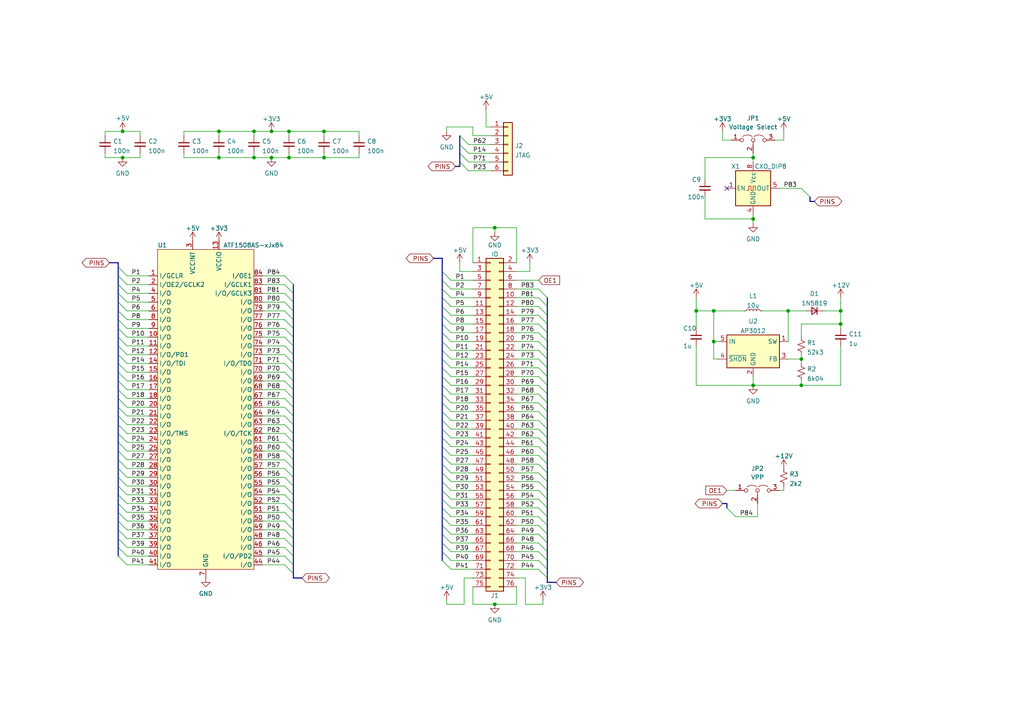
<source format=kicad_sch>
(kicad_sch (version 20211123) (generator eeschema)
  (paper "A4")
  (junction (at 63.5 45.72))
  (junction (at 83.82 38.1))
  (junction (at 228.6 90.17))
  (junction (at 218.44 45.72))
  (junction (at 143.51 66.04))
  (junction (at 78.74 45.72))
  (junction (at 243.84 93.98))
  (junction (at 201.93 90.17))
  (junction (at 73.66 38.1))
  (junction (at 207.01 90.17))
  (junction (at 232.41 104.14))
  (junction (at 63.5 38.1))
  (junction (at 232.41 111.76))
  (junction (at 143.51 175.26))
  (junction (at 35.56 45.72))
  (junction (at 35.56 38.1))
  (junction (at 73.66 45.72))
  (junction (at 218.44 111.76))
  (junction (at 93.98 45.72))
  (junction (at 93.98 38.1))
  (junction (at 207.01 99.06))
  (junction (at 218.44 63.5))
  (junction (at 78.74 38.1))
  (junction (at 83.82 45.72))
  (junction (at 243.84 90.17))
  (no_connect (at 210.82 54.61))
  (bus_entry (at 128.27 91.44) (size 2.54 2.54))
  (bus_entry (at 158.75 116.84) (size -2.54 -2.54))
  (bus_entry (at 128.27 116.84) (size 2.54 2.54))
  (bus_entry (at 158.75 129.54) (size -2.54 -2.54))
  (bus_entry (at 128.27 81.28) (size 2.54 2.54))
  (bus_entry (at 158.75 162.56) (size -2.54 -2.54))
  (bus_entry (at 34.29 105.41) (size 2.54 2.54))
  (bus_entry (at 158.75 119.38) (size -2.54 -2.54))
  (bus_entry (at 158.75 86.36) (size -2.54 -2.54))
  (bus_entry (at 85.09 102.87) (size -2.54 -2.54))
  (bus_entry (at 128.27 88.9) (size 2.54 2.54))
  (bus_entry (at 158.75 114.3) (size -2.54 -2.54))
  (bus_entry (at 158.75 134.62) (size -2.54 -2.54))
  (bus_entry (at 133.35 44.45) (size 2.54 2.54))
  (bus_entry (at 85.09 92.71) (size -2.54 -2.54))
  (bus_entry (at 232.41 54.61) (size 2.54 2.54))
  (bus_entry (at 128.27 134.62) (size 2.54 2.54))
  (bus_entry (at 85.09 118.11) (size -2.54 -2.54))
  (bus_entry (at 34.29 125.73) (size 2.54 2.54))
  (bus_entry (at 34.29 118.11) (size 2.54 2.54))
  (bus_entry (at 158.75 109.22) (size -2.54 -2.54))
  (bus_entry (at 34.29 128.27) (size 2.54 2.54))
  (bus_entry (at 85.09 153.67) (size -2.54 -2.54))
  (bus_entry (at 34.29 123.19) (size 2.54 2.54))
  (bus_entry (at 85.09 120.65) (size -2.54 -2.54))
  (bus_entry (at 34.29 110.49) (size 2.54 2.54))
  (bus_entry (at 158.75 91.44) (size -2.54 -2.54))
  (bus_entry (at 128.27 149.86) (size 2.54 2.54))
  (bus_entry (at 85.09 135.89) (size -2.54 -2.54))
  (bus_entry (at 85.09 90.17) (size -2.54 -2.54))
  (bus_entry (at 128.27 109.22) (size 2.54 2.54))
  (bus_entry (at 158.75 99.06) (size -2.54 -2.54))
  (bus_entry (at 34.29 146.05) (size 2.54 2.54))
  (bus_entry (at 133.35 39.37) (size 2.54 2.54))
  (bus_entry (at 158.75 127) (size -2.54 -2.54))
  (bus_entry (at 158.75 157.48) (size -2.54 -2.54))
  (bus_entry (at 85.09 107.95) (size -2.54 -2.54))
  (bus_entry (at 85.09 156.21) (size -2.54 -2.54))
  (bus_entry (at 128.27 119.38) (size 2.54 2.54))
  (bus_entry (at 128.27 127) (size 2.54 2.54))
  (bus_entry (at 158.75 147.32) (size -2.54 -2.54))
  (bus_entry (at 158.75 167.64) (size -2.54 -2.54))
  (bus_entry (at 34.29 100.33) (size 2.54 2.54))
  (bus_entry (at 158.75 139.7) (size -2.54 -2.54))
  (bus_entry (at 34.29 143.51) (size 2.54 2.54))
  (bus_entry (at 85.09 123.19) (size -2.54 -2.54))
  (bus_entry (at 128.27 137.16) (size 2.54 2.54))
  (bus_entry (at 210.82 147.32) (size 2.54 2.54))
  (bus_entry (at 85.09 130.81) (size -2.54 -2.54))
  (bus_entry (at 34.29 153.67) (size 2.54 2.54))
  (bus_entry (at 128.27 121.92) (size 2.54 2.54))
  (bus_entry (at 128.27 96.52) (size 2.54 2.54))
  (bus_entry (at 34.29 102.87) (size 2.54 2.54))
  (bus_entry (at 128.27 147.32) (size 2.54 2.54))
  (bus_entry (at 85.09 140.97) (size -2.54 -2.54))
  (bus_entry (at 85.09 125.73) (size -2.54 -2.54))
  (bus_entry (at 158.75 149.86) (size -2.54 -2.54))
  (bus_entry (at 85.09 151.13) (size -2.54 -2.54))
  (bus_entry (at 158.75 121.92) (size -2.54 -2.54))
  (bus_entry (at 34.29 138.43) (size 2.54 2.54))
  (bus_entry (at 85.09 166.37) (size -2.54 -2.54))
  (bus_entry (at 85.09 110.49) (size -2.54 -2.54))
  (bus_entry (at 85.09 133.35) (size -2.54 -2.54))
  (bus_entry (at 128.27 106.68) (size 2.54 2.54))
  (bus_entry (at 128.27 129.54) (size 2.54 2.54))
  (bus_entry (at 85.09 138.43) (size -2.54 -2.54))
  (bus_entry (at 128.27 83.82) (size 2.54 2.54))
  (bus_entry (at 34.29 158.75) (size 2.54 2.54))
  (bus_entry (at 34.29 161.29) (size 2.54 2.54))
  (bus_entry (at 158.75 137.16) (size -2.54 -2.54))
  (bus_entry (at 158.75 88.9) (size -2.54 -2.54))
  (bus_entry (at 128.27 157.48) (size 2.54 2.54))
  (bus_entry (at 158.75 165.1) (size -2.54 -2.54))
  (bus_entry (at 85.09 161.29) (size -2.54 -2.54))
  (bus_entry (at 158.75 106.68) (size -2.54 -2.54))
  (bus_entry (at 158.75 93.98) (size -2.54 -2.54))
  (bus_entry (at 128.27 154.94) (size 2.54 2.54))
  (bus_entry (at 85.09 82.55) (size -2.54 -2.54))
  (bus_entry (at 158.75 111.76) (size -2.54 -2.54))
  (bus_entry (at 34.29 156.21) (size 2.54 2.54))
  (bus_entry (at 158.75 152.4) (size -2.54 -2.54))
  (bus_entry (at 85.09 105.41) (size -2.54 -2.54))
  (bus_entry (at 133.35 41.91) (size 2.54 2.54))
  (bus_entry (at 34.29 148.59) (size 2.54 2.54))
  (bus_entry (at 34.29 113.03) (size 2.54 2.54))
  (bus_entry (at 128.27 142.24) (size 2.54 2.54))
  (bus_entry (at 158.75 96.52) (size -2.54 -2.54))
  (bus_entry (at 85.09 128.27) (size -2.54 -2.54))
  (bus_entry (at 158.75 160.02) (size -2.54 -2.54))
  (bus_entry (at 34.29 97.79) (size 2.54 2.54))
  (bus_entry (at 34.29 135.89) (size 2.54 2.54))
  (bus_entry (at 128.27 93.98) (size 2.54 2.54))
  (bus_entry (at 34.29 120.65) (size 2.54 2.54))
  (bus_entry (at 128.27 114.3) (size 2.54 2.54))
  (bus_entry (at 34.29 140.97) (size 2.54 2.54))
  (bus_entry (at 85.09 100.33) (size -2.54 -2.54))
  (bus_entry (at 128.27 152.4) (size 2.54 2.54))
  (bus_entry (at 158.75 132.08) (size -2.54 -2.54))
  (bus_entry (at 158.75 144.78) (size -2.54 -2.54))
  (bus_entry (at 85.09 148.59) (size -2.54 -2.54))
  (bus_entry (at 128.27 99.06) (size 2.54 2.54))
  (bus_entry (at 85.09 97.79) (size -2.54 -2.54))
  (bus_entry (at 128.27 101.6) (size 2.54 2.54))
  (bus_entry (at 128.27 86.36) (size 2.54 2.54))
  (bus_entry (at 85.09 143.51) (size -2.54 -2.54))
  (bus_entry (at 158.75 142.24) (size -2.54 -2.54))
  (bus_entry (at 34.29 107.95) (size 2.54 2.54))
  (bus_entry (at 158.75 101.6) (size -2.54 -2.54))
  (bus_entry (at 85.09 95.25) (size -2.54 -2.54))
  (bus_entry (at 34.29 115.57) (size 2.54 2.54))
  (bus_entry (at 34.29 87.63) (size 2.54 2.54))
  (bus_entry (at 34.29 85.09) (size 2.54 2.54))
  (bus_entry (at 34.29 80.01) (size 2.54 2.54))
  (bus_entry (at 34.29 82.55) (size 2.54 2.54))
  (bus_entry (at 34.29 77.47) (size 2.54 2.54))
  (bus_entry (at 34.29 92.71) (size 2.54 2.54))
  (bus_entry (at 34.29 90.17) (size 2.54 2.54))
  (bus_entry (at 34.29 95.25) (size 2.54 2.54))
  (bus_entry (at 128.27 132.08) (size 2.54 2.54))
  (bus_entry (at 34.29 133.35) (size 2.54 2.54))
  (bus_entry (at 85.09 113.03) (size -2.54 -2.54))
  (bus_entry (at 34.29 130.81) (size 2.54 2.54))
  (bus_entry (at 128.27 104.14) (size 2.54 2.54))
  (bus_entry (at 133.35 46.99) (size 2.54 2.54))
  (bus_entry (at 85.09 158.75) (size -2.54 -2.54))
  (bus_entry (at 85.09 146.05) (size -2.54 -2.54))
  (bus_entry (at 85.09 115.57) (size -2.54 -2.54))
  (bus_entry (at 85.09 85.09) (size -2.54 -2.54))
  (bus_entry (at 85.09 163.83) (size -2.54 -2.54))
  (bus_entry (at 128.27 160.02) (size 2.54 2.54))
  (bus_entry (at 128.27 162.56) (size 2.54 2.54))
  (bus_entry (at 128.27 111.76) (size 2.54 2.54))
  (bus_entry (at 158.75 154.94) (size -2.54 -2.54))
  (bus_entry (at 158.75 124.46) (size -2.54 -2.54))
  (bus_entry (at 128.27 78.74) (size 2.54 2.54))
  (bus_entry (at 128.27 144.78) (size 2.54 2.54))
  (bus_entry (at 158.75 104.14) (size -2.54 -2.54))
  (bus_entry (at 85.09 87.63) (size -2.54 -2.54))
  (bus_entry (at 34.29 151.13) (size 2.54 2.54))
  (bus_entry (at 128.27 139.7) (size 2.54 2.54))
  (bus_entry (at 128.27 124.46) (size 2.54 2.54))
  (wire (pts (xy 152.4 175.26) (xy 157.48 175.26)))
  (bus (pts (xy 85.09 133.35) (xy 85.09 135.89)))
  (wire (pts (xy 135.89 46.99) (xy 142.24 46.99)))
  (bus (pts (xy 85.09 153.67) (xy 85.09 156.21)))
  (bus (pts (xy 133.35 44.45) (xy 133.35 46.99)))
  (bus (pts (xy 158.75 119.38) (xy 158.75 121.92)))
  (wire (pts (xy 35.56 38.1) (xy 40.64 38.1)))
  (bus (pts (xy 34.29 156.21) (xy 34.29 153.67)))
  (bus (pts (xy 34.29 140.97) (xy 34.29 138.43)))
  (wire (pts (xy 82.55 118.11) (xy 76.2 118.11)))
  (bus (pts (xy 158.75 139.7) (xy 158.75 142.24)))
  (bus (pts (xy 128.27 106.68) (xy 128.27 104.14)))
  (wire (pts (xy 156.21 121.92) (xy 149.86 121.92)))
  (wire (pts (xy 218.44 44.45) (xy 218.44 45.72)))
  (bus (pts (xy 85.09 85.09) (xy 85.09 87.63)))
  (wire (pts (xy 207.01 90.17) (xy 207.01 99.06)))
  (wire (pts (xy 36.83 133.35) (xy 43.18 133.35)))
  (bus (pts (xy 158.75 109.22) (xy 158.75 111.76)))
  (wire (pts (xy 30.48 45.72) (xy 35.56 45.72)))
  (bus (pts (xy 85.09 82.55) (xy 85.09 85.09)))
  (wire (pts (xy 82.55 90.17) (xy 76.2 90.17)))
  (wire (pts (xy 232.41 110.49) (xy 232.41 111.76)))
  (wire (pts (xy 83.82 38.1) (xy 93.98 38.1)))
  (bus (pts (xy 128.27 86.36) (xy 128.27 83.82)))
  (bus (pts (xy 34.29 102.87) (xy 34.29 100.33)))
  (wire (pts (xy 36.83 151.13) (xy 43.18 151.13)))
  (wire (pts (xy 36.83 130.81) (xy 43.18 130.81)))
  (wire (pts (xy 82.55 148.59) (xy 76.2 148.59)))
  (bus (pts (xy 34.29 130.81) (xy 34.29 128.27)))
  (wire (pts (xy 82.55 153.67) (xy 76.2 153.67)))
  (wire (pts (xy 36.83 140.97) (xy 43.18 140.97)))
  (bus (pts (xy 158.75 106.68) (xy 158.75 109.22)))
  (wire (pts (xy 82.55 82.55) (xy 76.2 82.55)))
  (bus (pts (xy 128.27 81.28) (xy 128.27 83.82)))
  (bus (pts (xy 128.27 127) (xy 128.27 124.46)))
  (wire (pts (xy 82.55 95.25) (xy 76.2 95.25)))
  (bus (pts (xy 128.27 149.86) (xy 128.27 147.32)))
  (wire (pts (xy 130.81 134.62) (xy 137.16 134.62)))
  (wire (pts (xy 207.01 104.14) (xy 208.28 104.14)))
  (bus (pts (xy 158.75 134.62) (xy 158.75 137.16)))
  (wire (pts (xy 130.81 165.1) (xy 137.16 165.1)))
  (wire (pts (xy 220.98 90.17) (xy 228.6 90.17)))
  (wire (pts (xy 156.21 162.56) (xy 149.86 162.56)))
  (wire (pts (xy 130.81 142.24) (xy 137.16 142.24)))
  (wire (pts (xy 53.34 45.72) (xy 63.5 45.72)))
  (wire (pts (xy 228.6 90.17) (xy 233.68 90.17)))
  (wire (pts (xy 232.41 104.14) (xy 232.41 105.41)))
  (bus (pts (xy 128.27 116.84) (xy 128.27 114.3)))
  (wire (pts (xy 130.81 116.84) (xy 137.16 116.84)))
  (bus (pts (xy 128.27 134.62) (xy 128.27 132.08)))
  (wire (pts (xy 36.83 90.17) (xy 43.18 90.17)))
  (wire (pts (xy 149.86 78.74) (xy 153.67 78.74)))
  (wire (pts (xy 30.48 39.37) (xy 30.48 38.1)))
  (bus (pts (xy 34.29 85.09) (xy 34.29 82.55)))
  (wire (pts (xy 36.83 115.57) (xy 43.18 115.57)))
  (bus (pts (xy 128.27 139.7) (xy 128.27 137.16)))
  (bus (pts (xy 128.27 114.3) (xy 128.27 111.76)))
  (bus (pts (xy 128.27 154.94) (xy 128.27 152.4)))
  (bus (pts (xy 128.27 132.08) (xy 128.27 129.54)))
  (bus (pts (xy 85.09 115.57) (xy 85.09 118.11)))
  (wire (pts (xy 129.54 36.83) (xy 137.16 36.83)))
  (wire (pts (xy 156.21 83.82) (xy 149.86 83.82)))
  (bus (pts (xy 34.29 105.41) (xy 34.29 102.87)))
  (wire (pts (xy 82.55 100.33) (xy 76.2 100.33)))
  (bus (pts (xy 128.27 152.4) (xy 128.27 149.86)))
  (wire (pts (xy 130.81 104.14) (xy 137.16 104.14)))
  (wire (pts (xy 156.21 139.7) (xy 149.86 139.7)))
  (wire (pts (xy 130.81 99.06) (xy 137.16 99.06)))
  (bus (pts (xy 158.75 154.94) (xy 158.75 157.48)))
  (wire (pts (xy 130.81 160.02) (xy 137.16 160.02)))
  (wire (pts (xy 130.81 109.22) (xy 137.16 109.22)))
  (bus (pts (xy 85.09 151.13) (xy 85.09 153.67)))
  (bus (pts (xy 128.27 142.24) (xy 128.27 139.7)))
  (wire (pts (xy 149.86 66.04) (xy 149.86 76.2)))
  (wire (pts (xy 82.55 107.95) (xy 76.2 107.95)))
  (wire (pts (xy 156.21 142.24) (xy 149.86 142.24)))
  (wire (pts (xy 201.93 86.36) (xy 201.93 90.17)))
  (bus (pts (xy 128.27 74.93) (xy 128.27 78.74)))
  (wire (pts (xy 130.81 88.9) (xy 137.16 88.9)))
  (bus (pts (xy 128.27 160.02) (xy 128.27 157.48)))
  (bus (pts (xy 158.75 144.78) (xy 158.75 147.32)))
  (wire (pts (xy 36.83 105.41) (xy 43.18 105.41)))
  (wire (pts (xy 130.81 114.3) (xy 137.16 114.3)))
  (wire (pts (xy 135.89 49.53) (xy 142.24 49.53)))
  (wire (pts (xy 149.86 175.26) (xy 143.51 175.26)))
  (bus (pts (xy 158.75 127) (xy 158.75 129.54)))
  (wire (pts (xy 130.81 111.76) (xy 137.16 111.76)))
  (wire (pts (xy 232.41 97.79) (xy 232.41 93.98)))
  (wire (pts (xy 232.41 54.61) (xy 226.06 54.61)))
  (bus (pts (xy 34.29 151.13) (xy 34.29 148.59)))
  (wire (pts (xy 156.21 132.08) (xy 149.86 132.08)))
  (bus (pts (xy 34.29 148.59) (xy 34.29 146.05)))
  (bus (pts (xy 34.29 90.17) (xy 34.29 87.63)))
  (bus (pts (xy 161.29 168.91) (xy 158.75 168.91)))
  (wire (pts (xy 156.21 147.32) (xy 149.86 147.32)))
  (bus (pts (xy 158.75 129.54) (xy 158.75 132.08)))
  (bus (pts (xy 34.29 143.51) (xy 34.29 140.97)))
  (wire (pts (xy 156.21 96.52) (xy 149.86 96.52)))
  (wire (pts (xy 201.93 95.25) (xy 201.93 90.17)))
  (wire (pts (xy 93.98 38.1) (xy 93.98 39.37)))
  (wire (pts (xy 93.98 45.72) (xy 104.14 45.72)))
  (bus (pts (xy 128.27 99.06) (xy 128.27 96.52)))
  (wire (pts (xy 82.55 80.01) (xy 76.2 80.01)))
  (bus (pts (xy 34.29 100.33) (xy 34.29 97.79)))
  (wire (pts (xy 93.98 44.45) (xy 93.98 45.72)))
  (bus (pts (xy 34.29 125.73) (xy 34.29 123.19)))
  (wire (pts (xy 133.35 76.2) (xy 133.35 78.74)))
  (bus (pts (xy 158.75 132.08) (xy 158.75 134.62)))
  (wire (pts (xy 137.16 66.04) (xy 143.51 66.04)))
  (wire (pts (xy 207.01 90.17) (xy 215.9 90.17)))
  (bus (pts (xy 128.27 121.92) (xy 128.27 119.38)))
  (wire (pts (xy 36.83 118.11) (xy 43.18 118.11)))
  (bus (pts (xy 85.09 130.81) (xy 85.09 133.35)))
  (wire (pts (xy 156.21 101.6) (xy 149.86 101.6)))
  (wire (pts (xy 156.21 149.86) (xy 149.86 149.86)))
  (wire (pts (xy 156.21 86.36) (xy 149.86 86.36)))
  (wire (pts (xy 83.82 44.45) (xy 83.82 45.72)))
  (bus (pts (xy 85.09 163.83) (xy 85.09 166.37)))
  (bus (pts (xy 158.75 96.52) (xy 158.75 99.06)))
  (bus (pts (xy 158.75 152.4) (xy 158.75 154.94)))
  (wire (pts (xy 232.41 93.98) (xy 243.84 93.98)))
  (wire (pts (xy 73.66 45.72) (xy 78.74 45.72)))
  (wire (pts (xy 104.14 38.1) (xy 104.14 39.37)))
  (bus (pts (xy 128.27 137.16) (xy 128.27 134.62)))
  (wire (pts (xy 36.83 82.55) (xy 43.18 82.55)))
  (wire (pts (xy 130.81 106.68) (xy 137.16 106.68)))
  (wire (pts (xy 156.21 99.06) (xy 149.86 99.06)))
  (wire (pts (xy 135.89 44.45) (xy 142.24 44.45)))
  (wire (pts (xy 238.76 90.17) (xy 243.84 90.17)))
  (wire (pts (xy 73.66 38.1) (xy 78.74 38.1)))
  (bus (pts (xy 128.27 157.48) (xy 128.27 154.94)))
  (wire (pts (xy 36.83 135.89) (xy 43.18 135.89)))
  (wire (pts (xy 36.83 158.75) (xy 43.18 158.75)))
  (wire (pts (xy 82.55 135.89) (xy 76.2 135.89)))
  (wire (pts (xy 204.47 57.15) (xy 204.47 63.5)))
  (wire (pts (xy 209.55 38.1) (xy 209.55 40.64)))
  (bus (pts (xy 133.35 39.37) (xy 133.35 41.91)))
  (wire (pts (xy 82.55 92.71) (xy 76.2 92.71)))
  (bus (pts (xy 85.09 95.25) (xy 85.09 97.79)))
  (wire (pts (xy 82.55 130.81) (xy 76.2 130.81)))
  (bus (pts (xy 34.29 80.01) (xy 34.29 77.47)))
  (wire (pts (xy 40.64 44.45) (xy 40.64 45.72)))
  (wire (pts (xy 36.83 100.33) (xy 43.18 100.33)))
  (wire (pts (xy 143.51 66.04) (xy 143.51 67.31)))
  (wire (pts (xy 218.44 63.5) (xy 218.44 64.77)))
  (wire (pts (xy 82.55 156.21) (xy 76.2 156.21)))
  (wire (pts (xy 156.21 127) (xy 149.86 127)))
  (wire (pts (xy 78.74 45.72) (xy 83.82 45.72)))
  (wire (pts (xy 36.83 92.71) (xy 43.18 92.71)))
  (bus (pts (xy 158.75 86.36) (xy 158.75 88.9)))
  (wire (pts (xy 156.21 157.48) (xy 149.86 157.48)))
  (wire (pts (xy 82.55 161.29) (xy 76.2 161.29)))
  (wire (pts (xy 82.55 128.27) (xy 76.2 128.27)))
  (wire (pts (xy 93.98 38.1) (xy 104.14 38.1)))
  (wire (pts (xy 130.81 124.46) (xy 137.16 124.46)))
  (wire (pts (xy 82.55 151.13) (xy 76.2 151.13)))
  (wire (pts (xy 82.55 102.87) (xy 76.2 102.87)))
  (wire (pts (xy 36.83 102.87) (xy 43.18 102.87)))
  (bus (pts (xy 85.09 100.33) (xy 85.09 102.87)))
  (bus (pts (xy 34.29 128.27) (xy 34.29 125.73)))
  (wire (pts (xy 156.21 137.16) (xy 149.86 137.16)))
  (wire (pts (xy 218.44 109.22) (xy 218.44 111.76)))
  (wire (pts (xy 35.56 45.72) (xy 40.64 45.72)))
  (wire (pts (xy 130.81 101.6) (xy 137.16 101.6)))
  (bus (pts (xy 85.09 143.51) (xy 85.09 146.05)))
  (wire (pts (xy 143.51 66.04) (xy 149.86 66.04)))
  (wire (pts (xy 73.66 38.1) (xy 73.66 39.37)))
  (wire (pts (xy 82.55 143.51) (xy 76.2 143.51)))
  (wire (pts (xy 82.55 87.63) (xy 76.2 87.63)))
  (wire (pts (xy 224.79 40.64) (xy 227.33 40.64)))
  (bus (pts (xy 158.75 111.76) (xy 158.75 114.3)))
  (wire (pts (xy 156.21 129.54) (xy 149.86 129.54)))
  (bus (pts (xy 158.75 124.46) (xy 158.75 127)))
  (wire (pts (xy 36.83 85.09) (xy 43.18 85.09)))
  (wire (pts (xy 36.83 87.63) (xy 43.18 87.63)))
  (wire (pts (xy 82.55 138.43) (xy 76.2 138.43)))
  (bus (pts (xy 85.09 158.75) (xy 85.09 161.29)))
  (wire (pts (xy 156.21 144.78) (xy 149.86 144.78)))
  (wire (pts (xy 130.81 137.16) (xy 137.16 137.16)))
  (wire (pts (xy 130.81 139.7) (xy 137.16 139.7)))
  (wire (pts (xy 227.33 38.1) (xy 227.33 40.64)))
  (wire (pts (xy 36.83 125.73) (xy 43.18 125.73)))
  (wire (pts (xy 228.6 104.14) (xy 232.41 104.14)))
  (bus (pts (xy 158.75 149.86) (xy 158.75 152.4)))
  (wire (pts (xy 137.16 66.04) (xy 137.16 76.2)))
  (bus (pts (xy 210.82 147.32) (xy 210.82 146.05)))
  (bus (pts (xy 34.29 115.57) (xy 34.29 113.03)))
  (bus (pts (xy 128.27 162.56) (xy 128.27 160.02)))
  (bus (pts (xy 128.27 78.74) (xy 128.27 81.28)))
  (wire (pts (xy 36.83 138.43) (xy 43.18 138.43)))
  (wire (pts (xy 156.21 88.9) (xy 149.86 88.9)))
  (bus (pts (xy 34.29 118.11) (xy 34.29 115.57)))
  (wire (pts (xy 232.41 104.14) (xy 232.41 102.87)))
  (wire (pts (xy 82.55 158.75) (xy 76.2 158.75)))
  (bus (pts (xy 31.75 76.2) (xy 34.29 76.2)))
  (wire (pts (xy 36.83 161.29) (xy 43.18 161.29)))
  (wire (pts (xy 40.64 38.1) (xy 40.64 39.37)))
  (wire (pts (xy 36.83 123.19) (xy 43.18 123.19)))
  (wire (pts (xy 104.14 45.72) (xy 104.14 44.45)))
  (wire (pts (xy 130.81 119.38) (xy 137.16 119.38)))
  (wire (pts (xy 130.81 154.94) (xy 137.16 154.94)))
  (bus (pts (xy 85.09 128.27) (xy 85.09 130.81)))
  (bus (pts (xy 34.29 82.55) (xy 34.29 80.01)))
  (bus (pts (xy 85.09 107.95) (xy 85.09 110.49)))
  (wire (pts (xy 73.66 44.45) (xy 73.66 45.72)))
  (bus (pts (xy 158.75 167.64) (xy 158.75 168.91)))
  (wire (pts (xy 130.81 144.78) (xy 137.16 144.78)))
  (bus (pts (xy 85.09 146.05) (xy 85.09 148.59)))
  (bus (pts (xy 85.09 148.59) (xy 85.09 151.13)))
  (wire (pts (xy 156.21 81.28) (xy 149.86 81.28)))
  (bus (pts (xy 34.29 146.05) (xy 34.29 143.51)))
  (wire (pts (xy 130.81 127) (xy 137.16 127)))
  (bus (pts (xy 128.27 104.14) (xy 128.27 101.6)))
  (wire (pts (xy 156.21 160.02) (xy 149.86 160.02)))
  (wire (pts (xy 156.21 91.44) (xy 149.86 91.44)))
  (wire (pts (xy 142.24 36.83) (xy 140.97 36.83)))
  (bus (pts (xy 128.27 88.9) (xy 128.27 86.36)))
  (wire (pts (xy 129.54 173.99) (xy 129.54 175.26)))
  (wire (pts (xy 156.21 106.68) (xy 149.86 106.68)))
  (bus (pts (xy 158.75 101.6) (xy 158.75 104.14)))
  (wire (pts (xy 152.4 167.64) (xy 152.4 175.26)))
  (wire (pts (xy 82.55 163.83) (xy 76.2 163.83)))
  (wire (pts (xy 212.09 40.64) (xy 209.55 40.64)))
  (bus (pts (xy 34.29 120.65) (xy 34.29 118.11)))
  (bus (pts (xy 133.35 41.91) (xy 133.35 44.45)))
  (bus (pts (xy 85.09 135.89) (xy 85.09 138.43)))
  (wire (pts (xy 82.55 140.97) (xy 76.2 140.97)))
  (wire (pts (xy 36.83 113.03) (xy 43.18 113.03)))
  (wire (pts (xy 36.83 143.51) (xy 43.18 143.51)))
  (wire (pts (xy 243.84 90.17) (xy 243.84 93.98)))
  (bus (pts (xy 85.09 161.29) (xy 85.09 163.83)))
  (wire (pts (xy 63.5 38.1) (xy 63.5 39.37)))
  (wire (pts (xy 82.55 125.73) (xy 76.2 125.73)))
  (bus (pts (xy 128.27 147.32) (xy 128.27 144.78)))
  (wire (pts (xy 153.67 78.74) (xy 153.67 76.2)))
  (bus (pts (xy 158.75 99.06) (xy 158.75 101.6)))
  (bus (pts (xy 34.29 87.63) (xy 34.29 85.09)))
  (wire (pts (xy 207.01 99.06) (xy 207.01 104.14)))
  (wire (pts (xy 219.71 146.05) (xy 219.71 149.86)))
  (bus (pts (xy 234.95 58.42) (xy 236.22 58.42)))
  (wire (pts (xy 201.93 100.33) (xy 201.93 111.76)))
  (wire (pts (xy 156.21 152.4) (xy 149.86 152.4)))
  (wire (pts (xy 218.44 62.23) (xy 218.44 63.5)))
  (wire (pts (xy 83.82 38.1) (xy 83.82 39.37)))
  (wire (pts (xy 53.34 39.37) (xy 53.34 38.1)))
  (wire (pts (xy 30.48 44.45) (xy 30.48 45.72)))
  (wire (pts (xy 36.83 128.27) (xy 43.18 128.27)))
  (bus (pts (xy 85.09 140.97) (xy 85.09 143.51)))
  (wire (pts (xy 149.86 167.64) (xy 152.4 167.64)))
  (wire (pts (xy 201.93 111.76) (xy 218.44 111.76)))
  (bus (pts (xy 34.29 113.03) (xy 34.29 110.49)))
  (wire (pts (xy 213.36 149.86) (xy 219.71 149.86)))
  (bus (pts (xy 85.09 118.11) (xy 85.09 120.65)))
  (bus (pts (xy 34.29 161.29) (xy 34.29 158.75)))
  (wire (pts (xy 36.83 80.01) (xy 43.18 80.01)))
  (wire (pts (xy 36.83 163.83) (xy 43.18 163.83)))
  (bus (pts (xy 158.75 147.32) (xy 158.75 149.86)))
  (wire (pts (xy 63.5 44.45) (xy 63.5 45.72)))
  (wire (pts (xy 130.81 81.28) (xy 137.16 81.28)))
  (wire (pts (xy 227.33 140.97) (xy 227.33 142.24)))
  (bus (pts (xy 34.29 153.67) (xy 34.29 151.13)))
  (bus (pts (xy 128.27 124.46) (xy 128.27 121.92)))
  (bus (pts (xy 128.27 129.54) (xy 128.27 127)))
  (wire (pts (xy 82.55 133.35) (xy 76.2 133.35)))
  (wire (pts (xy 137.16 36.83) (xy 137.16 39.37)))
  (wire (pts (xy 204.47 52.07) (xy 204.47 45.72)))
  (bus (pts (xy 158.75 88.9) (xy 158.75 91.44)))
  (bus (pts (xy 85.09 156.21) (xy 85.09 158.75)))
  (bus (pts (xy 158.75 93.98) (xy 158.75 96.52)))
  (wire (pts (xy 243.84 86.36) (xy 243.84 90.17)))
  (wire (pts (xy 82.55 113.03) (xy 76.2 113.03)))
  (wire (pts (xy 201.93 90.17) (xy 207.01 90.17)))
  (wire (pts (xy 82.55 115.57) (xy 76.2 115.57)))
  (wire (pts (xy 156.21 165.1) (xy 149.86 165.1)))
  (wire (pts (xy 137.16 175.26) (xy 143.51 175.26)))
  (wire (pts (xy 36.83 95.25) (xy 43.18 95.25)))
  (wire (pts (xy 133.35 78.74) (xy 137.16 78.74)))
  (bus (pts (xy 133.35 46.99) (xy 133.35 48.26)))
  (wire (pts (xy 156.21 111.76) (xy 149.86 111.76)))
  (bus (pts (xy 85.09 113.03) (xy 85.09 115.57)))
  (wire (pts (xy 156.21 104.14) (xy 149.86 104.14)))
  (bus (pts (xy 209.55 146.05) (xy 210.82 146.05)))
  (bus (pts (xy 128.27 101.6) (xy 128.27 99.06)))
  (wire (pts (xy 36.83 97.79) (xy 43.18 97.79)))
  (wire (pts (xy 228.6 90.17) (xy 228.6 99.06)))
  (bus (pts (xy 34.29 158.75) (xy 34.29 156.21)))
  (wire (pts (xy 130.81 152.4) (xy 137.16 152.4)))
  (bus (pts (xy 85.09 105.41) (xy 85.09 107.95)))
  (wire (pts (xy 63.5 45.72) (xy 73.66 45.72)))
  (wire (pts (xy 157.48 173.99) (xy 157.48 175.26)))
  (wire (pts (xy 130.81 83.82) (xy 137.16 83.82)))
  (wire (pts (xy 129.54 175.26) (xy 134.62 175.26)))
  (wire (pts (xy 63.5 38.1) (xy 73.66 38.1)))
  (bus (pts (xy 128.27 96.52) (xy 128.27 93.98)))
  (wire (pts (xy 156.21 114.3) (xy 149.86 114.3)))
  (bus (pts (xy 158.75 114.3) (xy 158.75 116.84)))
  (wire (pts (xy 134.62 167.64) (xy 134.62 175.26)))
  (wire (pts (xy 78.74 38.1) (xy 83.82 38.1)))
  (bus (pts (xy 85.09 87.63) (xy 85.09 90.17)))
  (wire (pts (xy 156.21 109.22) (xy 149.86 109.22)))
  (wire (pts (xy 243.84 100.33) (xy 243.84 111.76)))
  (wire (pts (xy 243.84 93.98) (xy 243.84 95.25)))
  (wire (pts (xy 218.44 45.72) (xy 218.44 46.99)))
  (bus (pts (xy 128.27 119.38) (xy 128.27 116.84)))
  (bus (pts (xy 34.29 110.49) (xy 34.29 107.95)))
  (bus (pts (xy 85.09 110.49) (xy 85.09 113.03)))
  (bus (pts (xy 158.75 137.16) (xy 158.75 139.7)))
  (wire (pts (xy 218.44 111.76) (xy 232.41 111.76)))
  (wire (pts (xy 129.54 38.1) (xy 129.54 36.83)))
  (wire (pts (xy 218.44 63.5) (xy 204.47 63.5)))
  (bus (pts (xy 128.27 111.76) (xy 128.27 109.22)))
  (wire (pts (xy 130.81 157.48) (xy 137.16 157.48)))
  (wire (pts (xy 36.83 146.05) (xy 43.18 146.05)))
  (wire (pts (xy 156.21 154.94) (xy 149.86 154.94)))
  (wire (pts (xy 130.81 129.54) (xy 137.16 129.54)))
  (bus (pts (xy 158.75 157.48) (xy 158.75 160.02)))
  (wire (pts (xy 207.01 99.06) (xy 208.28 99.06)))
  (wire (pts (xy 210.82 142.24) (xy 213.36 142.24)))
  (wire (pts (xy 53.34 38.1) (xy 63.5 38.1)))
  (bus (pts (xy 158.75 142.24) (xy 158.75 144.78)))
  (bus (pts (xy 85.09 97.79) (xy 85.09 100.33)))
  (wire (pts (xy 156.21 116.84) (xy 149.86 116.84)))
  (wire (pts (xy 204.47 45.72) (xy 218.44 45.72)))
  (wire (pts (xy 232.41 111.76) (xy 243.84 111.76)))
  (wire (pts (xy 137.16 167.64) (xy 134.62 167.64)))
  (wire (pts (xy 130.81 86.36) (xy 137.16 86.36)))
  (wire (pts (xy 156.21 119.38) (xy 149.86 119.38)))
  (wire (pts (xy 36.83 156.21) (xy 43.18 156.21)))
  (bus (pts (xy 87.63 167.64) (xy 85.09 167.64)))
  (bus (pts (xy 34.29 133.35) (xy 34.29 130.81)))
  (wire (pts (xy 130.81 91.44) (xy 137.16 91.44)))
  (bus (pts (xy 85.09 123.19) (xy 85.09 125.73)))
  (bus (pts (xy 128.27 144.78) (xy 128.27 142.24)))
  (bus (pts (xy 132.08 48.26) (xy 133.35 48.26)))
  (wire (pts (xy 83.82 45.72) (xy 93.98 45.72)))
  (bus (pts (xy 34.29 92.71) (xy 34.29 90.17)))
  (bus (pts (xy 158.75 116.84) (xy 158.75 119.38)))
  (wire (pts (xy 82.55 85.09) (xy 76.2 85.09)))
  (bus (pts (xy 34.29 95.25) (xy 34.29 92.71)))
  (wire (pts (xy 130.81 93.98) (xy 137.16 93.98)))
  (bus (pts (xy 85.09 102.87) (xy 85.09 105.41)))
  (bus (pts (xy 34.29 138.43) (xy 34.29 135.89)))
  (bus (pts (xy 128.27 91.44) (xy 128.27 88.9)))
  (bus (pts (xy 34.29 97.79) (xy 34.29 95.25)))
  (wire (pts (xy 130.81 121.92) (xy 137.16 121.92)))
  (wire (pts (xy 149.86 170.18) (xy 149.86 175.26)))
  (bus (pts (xy 158.75 104.14) (xy 158.75 106.68)))
  (bus (pts (xy 85.09 120.65) (xy 85.09 123.19)))
  (bus (pts (xy 128.27 93.98) (xy 128.27 91.44)))
  (bus (pts (xy 158.75 91.44) (xy 158.75 93.98)))
  (wire (pts (xy 130.81 162.56) (xy 137.16 162.56)))
  (wire (pts (xy 82.55 105.41) (xy 76.2 105.41)))
  (bus (pts (xy 85.09 90.17) (xy 85.09 92.71)))
  (wire (pts (xy 137.16 39.37) (xy 142.24 39.37)))
  (bus (pts (xy 158.75 165.1) (xy 158.75 167.64)))
  (wire (pts (xy 130.81 96.52) (xy 137.16 96.52)))
  (wire (pts (xy 130.81 132.08) (xy 137.16 132.08)))
  (wire (pts (xy 140.97 31.75) (xy 140.97 36.83)))
  (wire (pts (xy 82.55 146.05) (xy 76.2 146.05)))
  (bus (pts (xy 85.09 166.37) (xy 85.09 167.64)))
  (wire (pts (xy 53.34 44.45) (xy 53.34 45.72)))
  (wire (pts (xy 82.55 110.49) (xy 76.2 110.49)))
  (bus (pts (xy 34.29 135.89) (xy 34.29 133.35)))
  (wire (pts (xy 36.83 148.59) (xy 43.18 148.59)))
  (bus (pts (xy 34.29 123.19) (xy 34.29 120.65)))
  (bus (pts (xy 85.09 138.43) (xy 85.09 140.97)))
  (bus (pts (xy 34.29 107.95) (xy 34.29 105.41)))
  (bus (pts (xy 125.73 74.93) (xy 128.27 74.93)))
  (wire (pts (xy 82.55 123.19) (xy 76.2 123.19)))
  (wire (pts (xy 137.16 170.18) (xy 137.16 175.26)))
  (wire (pts (xy 36.83 110.49) (xy 43.18 110.49)))
  (wire (pts (xy 36.83 120.65) (xy 43.18 120.65)))
  (bus (pts (xy 158.75 162.56) (xy 158.75 165.1)))
  (wire (pts (xy 156.21 134.62) (xy 149.86 134.62)))
  (wire (pts (xy 82.55 97.79) (xy 76.2 97.79)))
  (wire (pts (xy 36.83 107.95) (xy 43.18 107.95)))
  (wire (pts (xy 226.06 142.24) (xy 227.33 142.24)))
  (bus (pts (xy 234.95 57.15) (xy 234.95 58.42)))
  (wire (pts (xy 130.81 149.86) (xy 137.16 149.86)))
  (wire (pts (xy 82.55 120.65) (xy 76.2 120.65)))
  (bus (pts (xy 158.75 160.02) (xy 158.75 162.56)))
  (bus (pts (xy 85.09 125.73) (xy 85.09 128.27)))
  (wire (pts (xy 135.89 41.91) (xy 142.24 41.91)))
  (bus (pts (xy 34.29 77.47) (xy 34.29 76.2)))
  (bus (pts (xy 158.75 121.92) (xy 158.75 124.46)))
  (wire (pts (xy 36.83 153.67) (xy 43.18 153.67)))
  (bus (pts (xy 128.27 109.22) (xy 128.27 106.68)))
  (wire (pts (xy 156.21 124.46) (xy 149.86 124.46)))
  (wire (pts (xy 156.21 93.98) (xy 149.86 93.98)))
  (wire (pts (xy 30.48 38.1) (xy 35.56 38.1)))
  (bus (pts (xy 85.09 92.71) (xy 85.09 95.25)))
  (wire (pts (xy 130.81 147.32) (xy 137.16 147.32)))
  (label "P81" (at 154.94 86.36 180))
  (label "P51" (at 81.28 148.59 180))
  (label "P84" (at 218.44 149.86 180))
  (label "P76" (at 154.94 96.52 180))
  (label "P62" (at 81.28 125.73 180))
  (label "P56" (at 81.28 138.43 180))
  (label "P34" (at 38.1 148.59 0))
  (label "P34" (at 132.08 149.86 0))
  (label "P37" (at 38.1 156.21 0))
  (label "P37" (at 132.08 157.48 0))
  (label "P22" (at 132.08 124.46 0))
  (label "P29" (at 38.1 138.43 0))
  (label "P28" (at 132.08 137.16 0))
  (label "P30" (at 38.1 140.97 0))
  (label "P74" (at 154.94 101.6 180))
  (label "P36" (at 38.1 153.67 0))
  (label "P84" (at 81.28 80.01 180))
  (label "P70" (at 81.28 107.95 180))
  (label "P51" (at 154.94 149.86 180))
  (label "P33" (at 132.08 147.32 0))
  (label "P25" (at 38.1 130.81 0))
  (label "P18" (at 132.08 116.84 0))
  (label "P74" (at 81.28 100.33 180))
  (label "P61" (at 81.28 128.27 180))
  (label "P17" (at 132.08 114.3 0))
  (label "P9" (at 132.08 96.52 0))
  (label "P12" (at 132.08 104.14 0))
  (label "P75" (at 81.28 97.79 180))
  (label "P2" (at 132.08 83.82 0))
  (label "P49" (at 154.94 154.94 180))
  (label "P1" (at 132.08 81.28 0))
  (label "P70" (at 154.94 109.22 180))
  (label "P55" (at 154.94 142.24 180))
  (label "P71" (at 137.16 46.99 0))
  (label "P8" (at 132.08 93.98 0))
  (label "P46" (at 81.28 158.75 180))
  (label "P5" (at 132.08 88.9 0))
  (label "P57" (at 81.28 135.89 180))
  (label "P60" (at 81.28 130.81 180))
  (label "P33" (at 38.1 146.05 0))
  (label "P16" (at 38.1 110.49 0))
  (label "P48" (at 81.28 156.21 180))
  (label "P15" (at 38.1 107.95 0))
  (label "P55" (at 81.28 140.97 180))
  (label "P68" (at 81.28 113.03 180))
  (label "P1" (at 38.1 80.01 0))
  (label "P50" (at 81.28 151.13 180))
  (label "P6" (at 38.1 90.17 0))
  (label "P58" (at 154.94 134.62 180))
  (label "P65" (at 154.94 119.38 180))
  (label "P21" (at 38.1 120.65 0))
  (label "P11" (at 132.08 101.6 0))
  (label "P30" (at 132.08 142.24 0))
  (label "P81" (at 81.28 85.09 180))
  (label "P20" (at 132.08 119.38 0))
  (label "P63" (at 81.28 123.19 180))
  (label "P5" (at 38.1 87.63 0))
  (label "P18" (at 38.1 115.57 0))
  (label "P73" (at 81.28 102.87 180))
  (label "P62" (at 137.16 41.91 0))
  (label "P64" (at 154.94 121.92 180))
  (label "P10" (at 38.1 97.79 0))
  (label "P56" (at 154.94 139.7 180))
  (label "P73" (at 154.94 104.14 180))
  (label "P54" (at 81.28 143.51 180))
  (label "P16" (at 132.08 111.76 0))
  (label "P10" (at 132.08 99.06 0))
  (label "P69" (at 81.28 110.49 180))
  (label "P21" (at 132.08 121.92 0))
  (label "P29" (at 132.08 139.7 0))
  (label "P14" (at 132.08 106.68 0))
  (label "P71" (at 81.28 105.41 180))
  (label "P31" (at 38.1 143.51 0))
  (label "P45" (at 81.28 161.29 180))
  (label "P14" (at 38.1 105.41 0))
  (label "P61" (at 154.94 129.54 180))
  (label "P83" (at 231.14 54.61 180))
  (label "P52" (at 154.94 147.32 180))
  (label "P23" (at 137.16 49.53 0))
  (label "P24" (at 132.08 129.54 0))
  (label "P15" (at 132.08 109.22 0))
  (label "P6" (at 132.08 91.44 0))
  (label "P60" (at 154.94 132.08 180))
  (label "P57" (at 154.94 137.16 180))
  (label "P62" (at 154.94 127 180))
  (label "P2" (at 38.1 82.55 0))
  (label "P4" (at 132.08 86.36 0))
  (label "P27" (at 132.08 134.62 0))
  (label "P68" (at 154.94 114.3 180))
  (label "P77" (at 154.94 93.98 180))
  (label "P40" (at 38.1 161.29 0))
  (label "P17" (at 38.1 113.03 0))
  (label "P69" (at 154.94 111.76 180))
  (label "P23" (at 38.1 125.73 0))
  (label "P67" (at 81.28 115.57 180))
  (label "P63" (at 154.94 124.46 180))
  (label "P79" (at 154.94 91.44 180))
  (label "P39" (at 132.08 160.02 0))
  (label "P9" (at 38.1 95.25 0))
  (label "P75" (at 154.94 99.06 180))
  (label "P22" (at 38.1 123.19 0))
  (label "P11" (at 38.1 100.33 0))
  (label "P25" (at 132.08 132.08 0))
  (label "P83" (at 81.28 82.55 180))
  (label "P65" (at 81.28 118.11 180))
  (label "P52" (at 81.28 146.05 180))
  (label "P50" (at 154.94 152.4 180))
  (label "P35" (at 132.08 152.4 0))
  (label "P14" (at 137.16 44.45 0))
  (label "P48" (at 154.94 157.48 180))
  (label "P28" (at 38.1 135.89 0))
  (label "P41" (at 132.08 165.1 0))
  (label "P44" (at 81.28 163.83 180))
  (label "P80" (at 154.94 88.9 180))
  (label "P44" (at 154.94 165.1 180))
  (label "P64" (at 81.28 120.65 180))
  (label "P12" (at 38.1 102.87 0))
  (label "P24" (at 38.1 128.27 0))
  (label "P40" (at 132.08 162.56 0))
  (label "P36" (at 132.08 154.94 0))
  (label "P80" (at 81.28 87.63 180))
  (label "P31" (at 132.08 144.78 0))
  (label "P39" (at 38.1 158.75 0))
  (label "P67" (at 154.94 116.84 180))
  (label "P46" (at 154.94 160.02 180))
  (label "P4" (at 38.1 85.09 0))
  (label "P58" (at 81.28 133.35 180))
  (label "P76" (at 81.28 95.25 180))
  (label "P71" (at 154.94 106.68 180))
  (label "P54" (at 154.94 144.78 180))
  (label "P27" (at 38.1 133.35 0))
  (label "P23" (at 132.08 127 0))
  (label "P8" (at 38.1 92.71 0))
  (label "P49" (at 81.28 153.67 180))
  (label "P35" (at 38.1 151.13 0))
  (label "P20" (at 38.1 118.11 0))
  (label "P41" (at 38.1 163.83 0))
  (label "P45" (at 154.94 162.56 180))
  (label "P79" (at 81.28 90.17 180))
  (label "P77" (at 81.28 92.71 180))
  (label "P83" (at 154.94 83.82 180))
  (global_label "PINS" (shape bidirectional) (at 236.22 58.42 0) (property "Intersheet References" "${INTERSHEET_REFS}" (effects hide)))
  (global_label "PINS" (shape bidirectional) (at 31.75 76.2 180) (property "Intersheet References" "${INTERSHEET_REFS}" (effects hide)))
  (global_label "PINS" (shape bidirectional) (at 125.73 74.93 180) (property "Intersheet References" "${INTERSHEET_REFS}" (effects hide)))
  (global_label "PINS" (shape bidirectional) (at 87.63 167.64 0) (property "Intersheet References" "${INTERSHEET_REFS}" (effects hide)))
  (global_label "PINS" (shape bidirectional) (at 209.55 146.05 180) (property "Intersheet References" "${INTERSHEET_REFS}" (effects hide)))
  (global_label "PINS" (shape bidirectional) (at 132.08 48.26 180) (property "Intersheet References" "${INTERSHEET_REFS}" (effects hide)))
  (global_label "OE1" (shape input) (at 156.21 81.28 0) (property "Intersheet References" "${INTERSHEET_REFS}" (effects hide)))
  (global_label "PINS" (shape bidirectional) (at 161.29 168.91 0) (property "Intersheet References" "${INTERSHEET_REFS}" (effects hide)))
  (global_label "OE1" (shape input) (at 210.82 142.24 180) (property "Intersheet References" "${INTERSHEET_REFS}" (effects hide)))
  (symbol (lib_id "power:GND") (at 35.56 45.72 0) (unit 1)
    (property "Reference" "#PWR0113" (effects hide))
    (property "Value" "GND" (at 35.56 50.2825 0))
  )
  (symbol (lib_id "Device:R_Small_US") (at 232.41 100.33 0) (unit 1)
    (property "Reference" "R1" (at 234.061 99.4215 0) (effects (justify left)))
    (property "Value" "52k3" (at 234.061 102.1966 0) (effects (justify left)))
    (property "Footprint" "Resistor_SMD:R_0603_1608Metric_Pad0.98x0.95mm_HandSolder" (effects hide))
  )
  (symbol (lib_id "Device:C_Small") (at 53.34 41.91 0) (unit 1)
    (property "Reference" "C3" (at 55.6641 41.0078 0) (effects (justify left)))
    (property "Value" "100n" (at 55.6641 43.7829 0) (effects (justify left)))
    (property "Footprint" "Capacitor_SMD:C_0603_1608Metric_Pad1.08x0.95mm_HandSolder" (effects hide))
  )
  (symbol (lib_id "Device:C_Small") (at 63.5 41.91 0) (unit 1)
    (property "Reference" "C4" (at 65.8241 41.0078 0) (effects (justify left)))
    (property "Value" "100n" (at 65.8241 43.7829 0) (effects (justify left)))
    (property "Footprint" "Capacitor_SMD:C_0603_1608Metric_Pad1.08x0.95mm_HandSolder" (effects hide))
  )
  (symbol (lib_id "Connector_Generic:Conn_02x38_Odd_Even") (at 142.24 121.92 0) (unit 1)
    (property "Reference" "J1" (at 143.51 172.72 0))
    (property "Value" "IO" (at 143.51 73.7386 0))
    (property "Footprint" "Connector_PinHeader_2.54mm:PinHeader_2x38_P2.54mm_Vertical" (effects hide))
  )
  (symbol (lib_id "Regulator_Switching:AP3012") (at 218.44 101.6 0) (unit 1)
    (property "Reference" "U2" (at 218.44 93.1885 0))
    (property "Value" "AP3012" (at 218.44 95.9636 0))
    (property "Footprint" "Package_TO_SOT_SMD:SOT-23-5" (effects hide))
    (property "Datasheet" "https://www.diodes.com/assets/Datasheets/AP3012.pdf" (effects hide))
  )
  (symbol (lib_id "Device:D_Small") (at 236.22 90.17 180) (unit 1)
    (property "Reference" "D1" (at 236.22 85.1875 0))
    (property "Value" "1N5819" (at 236.22 87.9626 0))
    (property "Footprint" "Diode_SMD:D_SOD-323_HandSoldering" (effects hide))
  )
  (symbol (lib_id "Device:R_Small_US") (at 227.33 138.43 0) (unit 1)
    (property "Reference" "R3" (at 228.981 137.5215 0) (effects (justify left)))
    (property "Value" "2k2" (at 228.981 140.2966 0) (effects (justify left)))
    (property "Footprint" "Resistor_SMD:R_0603_1608Metric_Pad0.98x0.95mm_HandSolder" (effects hide))
  )
  (symbol (lib_id "power:+3V3") (at 209.55 38.1 0) (unit 1)
    (property "Reference" "#PWR0116" (effects hide))
    (property "Value" "+3V3" (at 209.55 34.4955 0))
  )
  (symbol (lib_id "power:GND") (at 129.54 38.1 0) (unit 1)
    (property "Reference" "#PWR0121" (effects hide))
    (property "Value" "GND" (at 129.54 42.6625 0))
  )
  (symbol (lib_id "power:GND") (at 78.74 45.72 0) (unit 1)
    (property "Reference" "#PWR0111" (effects hide))
    (property "Value" "GND" (at 78.74 50.2825 0))
  )
  (symbol (lib_id "Device:L_Small") (at 218.44 90.17 90) (unit 1)
    (property "Reference" "L1" (at 218.44 85.8225 90))
    (property "Value" "10u" (at 218.44 88.5976 90))
    (property "Footprint" "Inductor_SMD:L_1008_2520Metric_Pad1.43x2.20mm_HandSolder" (effects hide))
  )
  (symbol (lib_id "Device:C_Small") (at 201.93 97.79 0) (unit 1)
    (property "Reference" "C10" (at 198.12 95.25 0) (effects (justify left)))
    (property "Value" "1u" (at 198.12 100.33 0) (effects (justify left)))
    (property "Footprint" "Capacitor_SMD:C_0603_1608Metric_Pad1.08x0.95mm_HandSolder" (effects hide))
  )
  (symbol (lib_id "Device:C_Small") (at 83.82 41.91 0) (unit 1)
    (property "Reference" "C6" (at 86.1441 41.0078 0) (effects (justify left)))
    (property "Value" "100n" (at 86.1441 43.7829 0) (effects (justify left)))
    (property "Footprint" "Capacitor_SMD:C_0603_1608Metric_Pad1.08x0.95mm_HandSolder" (effects hide))
  )
  (symbol (lib_id "Device:C_Small") (at 204.47 54.61 0) (unit 1)
    (property "Reference" "C9" (at 200.66 52.07 0) (effects (justify left)))
    (property "Value" "100n" (at 199.39 57.15 0) (effects (justify left)))
    (property "Footprint" "Capacitor_SMD:C_0603_1608Metric_Pad1.08x0.95mm_HandSolder" (effects hide))
  )
  (symbol (lib_id "Device:C_Small") (at 243.84 97.79 0) (unit 1)
    (property "Reference" "C11" (at 246.1641 96.8878 0) (effects (justify left)))
    (property "Value" "1u" (at 246.1641 99.6629 0) (effects (justify left)))
    (property "Footprint" "Capacitor_SMD:C_0603_1608Metric_Pad1.08x0.95mm_HandSolder" (effects hide))
  )
  (symbol (lib_id "Teknoman117_CPLD_Microchip:ATF1508AS-xJx84") (at 59.69 71.12 0) (unit 1)
    (property "Reference" "U1" (at 45.72 71.12 0) (effects (justify left)))
    (property "Value" "ATF1508AS-xJx84" (at 64.77 71.12 0) (effects (justify left)))
    (property "Footprint" "Package_LCC:PLCC-84_THT-Socket" (effects hide))
    (property "Datasheet" "https://ww1.microchip.com/downloads/en/DeviceDoc/doc0784.pdf" (effects hide))
  )
  (symbol (lib_id "Oscillator:CXO_DIP8") (at 218.44 54.61 0) (unit 1)
    (property "Reference" "X1" (at 213.36 48.26 0))
    (property "Value" "CXO_DIP8" (at 223.52 48.26 0))
    (property "Footprint" "Oscillator:Oscillator_DIP-8" (effects hide))
    (property "Datasheet" "http://cdn-reichelt.de/documents/datenblatt/B400/OSZI.pdf" (effects hide))
  )
  (symbol (lib_id "power:+5V") (at 129.54 173.99 0) (unit 1)
    (property "Reference" "#PWR0108" (effects hide))
    (property "Value" "+5V" (at 129.54 170.3855 0))
  )
  (symbol (lib_id "power:GND") (at 218.44 64.77 0) (unit 1)
    (property "Reference" "#PWR0114" (effects hide))
    (property "Value" "GND" (at 218.44 69.3325 0))
  )
  (symbol (lib_id "power:+5V") (at 133.35 76.2 0) (unit 1)
    (property "Reference" "#PWR0105" (effects hide))
    (property "Value" "+5V" (at 133.35 72.5955 0))
  )
  (symbol (lib_id "power:+3V3") (at 153.67 76.2 0) (unit 1)
    (property "Reference" "#PWR0107" (effects hide))
    (property "Value" "+3V3" (at 153.67 72.5955 0))
  )
  (symbol (lib_id "Connector_Generic:Conn_01x06") (at 147.32 41.91 0) (unit 1)
    (property "Reference" "J2" (at 149.352 42.2715 0) (effects (justify left)))
    (property "Value" "JTAG" (at 149.352 45.0466 0) (effects (justify left)))
    (property "Footprint" "Connector_PinHeader_2.54mm:PinHeader_1x06_P2.54mm_Vertical" (effects hide))
  )
  (symbol (lib_id "power:+3V3") (at 63.5 69.85 0) (unit 1)
    (property "Reference" "#PWR0101" (effects hide))
    (property "Value" "+3V3" (at 63.5 66.2455 0))
  )
  (symbol (lib_id "Device:R_Small_US") (at 232.41 107.95 0) (unit 1)
    (property "Reference" "R2" (at 234.061 107.0415 0) (effects (justify left)))
    (property "Value" "6k04" (at 234.061 109.8166 0) (effects (justify left)))
    (property "Footprint" "Resistor_SMD:R_0603_1608Metric_Pad0.98x0.95mm_HandSolder" (effects hide))
  )
  (symbol (lib_id "power:+3V3") (at 157.48 173.99 0) (unit 1)
    (property "Reference" "#PWR0109" (effects hide))
    (property "Value" "+3V3" (at 157.48 170.3855 0))
  )
  (symbol (lib_id "Device:C_Small") (at 93.98 41.91 0) (unit 1)
    (property "Reference" "C7" (at 96.3041 41.0078 0) (effects (justify left)))
    (property "Value" "100n" (at 96.3041 43.7829 0) (effects (justify left)))
    (property "Footprint" "Capacitor_SMD:C_0603_1608Metric_Pad1.08x0.95mm_HandSolder" (effects hide))
  )
  (symbol (lib_id "power:+12V") (at 243.84 86.36 0) (unit 1)
    (property "Reference" "#PWR0117" (effects hide))
    (property "Value" "+12V" (at 243.84 82.7555 0))
  )
  (symbol (lib_id "Device:C_Small") (at 40.64 41.91 0) (unit 1)
    (property "Reference" "C2" (at 42.9641 41.0078 0) (effects (justify left)))
    (property "Value" "100n" (at 42.9641 43.7829 0) (effects (justify left)))
    (property "Footprint" "Capacitor_SMD:C_0603_1608Metric_Pad1.08x0.95mm_HandSolder" (effects hide))
  )
  (symbol (lib_id "Device:C_Small") (at 30.48 41.91 0) (unit 1)
    (property "Reference" "C1" (at 32.8041 41.0078 0) (effects (justify left)))
    (property "Value" "100n" (at 32.8041 43.7829 0) (effects (justify left)))
    (property "Footprint" "Capacitor_SMD:C_0603_1608Metric_Pad1.08x0.95mm_HandSolder" (effects hide))
  )
  (symbol (lib_id "power:+5V") (at 201.93 86.36 0) (unit 1)
    (property "Reference" "#PWR0118" (effects hide))
    (property "Value" "+5V" (at 201.93 82.7555 0))
  )
  (symbol (lib_id "power:+5V") (at 227.33 38.1 0) (unit 1)
    (property "Reference" "#PWR0115" (effects hide))
    (property "Value" "+5V" (at 227.33 34.4955 0))
  )
  (symbol (lib_id "power:GND") (at 143.51 67.31 0) (unit 1)
    (property "Reference" "#PWR0106" (effects hide))
    (property "Value" "GND" (at 143.51 71.12 0))
  )
  (symbol (lib_id "Device:C_Small") (at 104.14 41.91 0) (unit 1)
    (property "Reference" "C8" (at 106.4641 41.0078 0) (effects (justify left)))
    (property "Value" "100n" (at 106.4641 43.7829 0) (effects (justify left)))
    (property "Footprint" "Capacitor_SMD:C_0603_1608Metric_Pad1.08x0.95mm_HandSolder" (effects hide))
  )
  (symbol (lib_id "Jumper:Jumper_3_Open") (at 219.71 142.24 0) (unit 1)
    (property "Reference" "JP2" (at 219.71 135.89 0))
    (property "Value" "VPP" (at 219.71 138.43 0))
    (property "Footprint" "Connector_PinHeader_2.54mm:PinHeader_1x03_P2.54mm_Vertical" (effects hide))
  )
  (symbol (lib_id "Device:C_Small") (at 73.66 41.91 0) (unit 1)
    (property "Reference" "C5" (at 75.9841 41.0078 0) (effects (justify left)))
    (property "Value" "100n" (at 75.9841 43.7829 0) (effects (justify left)))
    (property "Footprint" "Capacitor_SMD:C_0603_1608Metric_Pad1.08x0.95mm_HandSolder" (effects hide))
  )
  (symbol (lib_id "power:+3V3") (at 78.74 38.1 0) (unit 1)
    (property "Reference" "#PWR0110" (effects hide))
    (property "Value" "+3V3" (at 78.74 34.4955 0))
  )
  (symbol (lib_id "power:+12V") (at 227.33 135.89 0) (unit 1)
    (property "Reference" "#PWR0120" (effects hide))
    (property "Value" "+12V" (at 227.33 132.2855 0))
  )
  (symbol (lib_id "power:GND") (at 218.44 111.76 0) (unit 1)
    (property "Reference" "#PWR0119" (effects hide))
    (property "Value" "GND" (at 218.44 116.3225 0))
  )
  (symbol (lib_id "Jumper:Jumper_3_Open") (at 218.44 40.64 0) (unit 1)
    (property "Reference" "JP1" (at 218.44 34.29 0))
    (property "Value" "Voltage Select" (at 218.44 36.83 0))
    (property "Footprint" "Connector_PinHeader_2.54mm:PinHeader_1x03_P2.54mm_Vertical" (effects hide))
  )
  (symbol (lib_id "power:+5V") (at 55.88 69.85 0) (unit 1)
    (property "Reference" "#PWR0102" (effects hide))
    (property "Value" "+5V" (at 55.88 66.2455 0))
  )
  (symbol (lib_id "power:+5V") (at 140.97 31.75 0) (unit 1)
    (property "Reference" "#PWR0122" (effects hide))
    (property "Value" "+5V" (at 140.97 28.1455 0))
  )
  (symbol (lib_id "power:GND") (at 59.69 167.64 0) (unit 1)
    (property "Reference" "#PWR0103" (effects hide))
    (property "Value" "GND" (at 59.69 172.2025 0))
  )
  (symbol (lib_id "power:+5V") (at 35.56 38.1 0) (unit 1)
    (property "Reference" "#PWR0112" (effects hide))
    (property "Value" "+5V" (at 35.56 34.29 0))
  )
  (symbol (lib_id "power:GND") (at 143.51 175.26 0) (unit 1)
    (property "Reference" "#PWR0104" (effects hide))
    (property "Value" "GND" (at 143.51 179.8225 0))
  )
)
</source>
